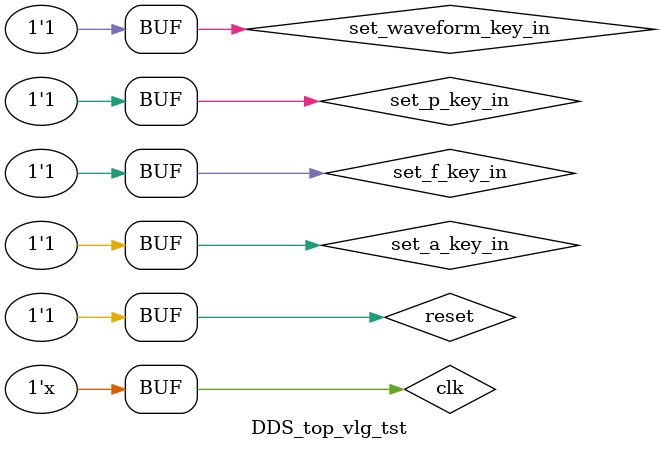
<source format=v>

                                                                                
// Verilog Test Bench template for design : DDS_top
// 
// Simulation tool : ModelSim (Verilog)
// 

`timescale 1 ns/ 1 ps
module DDS_top_vlg_tst();
// constants                                           
// general purpose registers
// test vector input registers
reg clk;
reg reset;
reg set_a_key_in;
reg set_f_key_in;
reg set_p_key_in;
reg set_waveform_key_in;
// wires                                               
wire cs;
wire din;
wire sclk;
wire [9:0] sin_data;

// assign statements (if any)                          
DDS_top i1 (
// port map - connection between master ports and signals/registers   
	.clk(clk),
	.cs(cs),
	.din(din),
	.reset(reset),
	.sclk(sclk),
	.set_a_key_in(set_a_key_in),
	.set_f_key_in(set_f_key_in),
	.set_p_key_in(set_p_key_in),
	.set_waveform_key_in(set_waveform_key_in),
	.sin_data(sin_data)
);
initial                                                
begin                                                  
// code that executes only once                        
// insert code here --> begin                          
     clk<=1'b0;
	 reset<=1'b0;
	 set_a_key_in<=1'b0;
	 set_f_key_in<=1'b0;
	 set_p_key_in<=1'b0;
	 set_waveform_key_in<=1'b0;                                                  
// --> end                                             
$display("Running testbench");                       
end                                                    
always                                                 
// optional sensitivity list                           
// @(event1 or event2 or .... eventn)                  
begin                                                  
// code executes for every event on sensitivity list   
// insert code here --> begin                          
   
   #1  clk<=~clk;
	 reset<=1'b1;
	 set_a_key_in<=1'b1;
	 set_f_key_in<=1'b1;
	 set_p_key_in<=1'b1;
	 set_waveform_key_in<=1'b1;                                                     
// --> end                                             
end                                                    
endmodule


</source>
